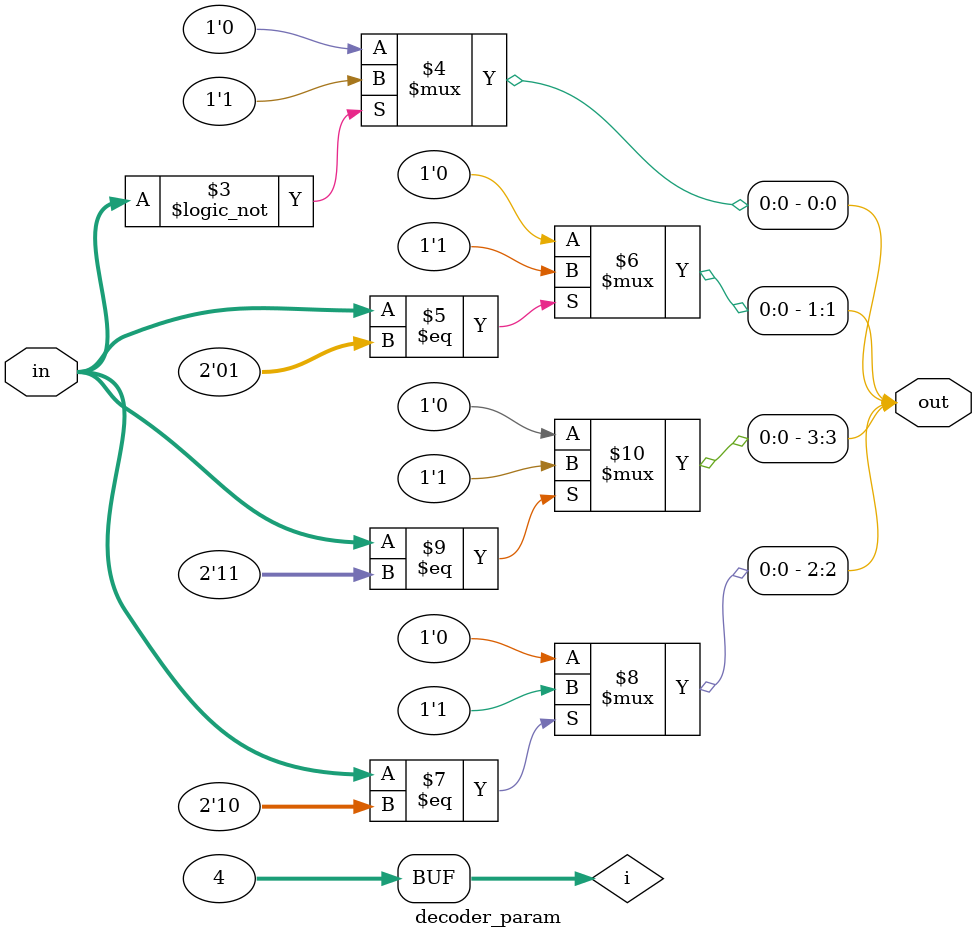
<source format=v>
/* Copyright (C) 2019 Radhamadhab Dalai - All Rights Reserved
 * You may use, distribute and modify this code under the
 * terms of the license, which unfortunately won't be
 * written for another century.
 *
 * You should have received a copy of the license with
 * this file. If not, please write to: dalai115@gmail.com.
 */

module decoder_param (out, in);

   parameter BITS = 2;
   parameter SIZE = 4;

   output [SIZE - 1:0] out;
   input [BITS - 1:0] in;

   reg [SIZE -1: 0] out;
   integer i;

   always @ (in)
      begin
         for(i = 0; i < SIZE; i = i + 1)
         begin
            out[i] = (in == i) ? 1'b1 : 1'b0;
         end
      end

endmodule

</source>
